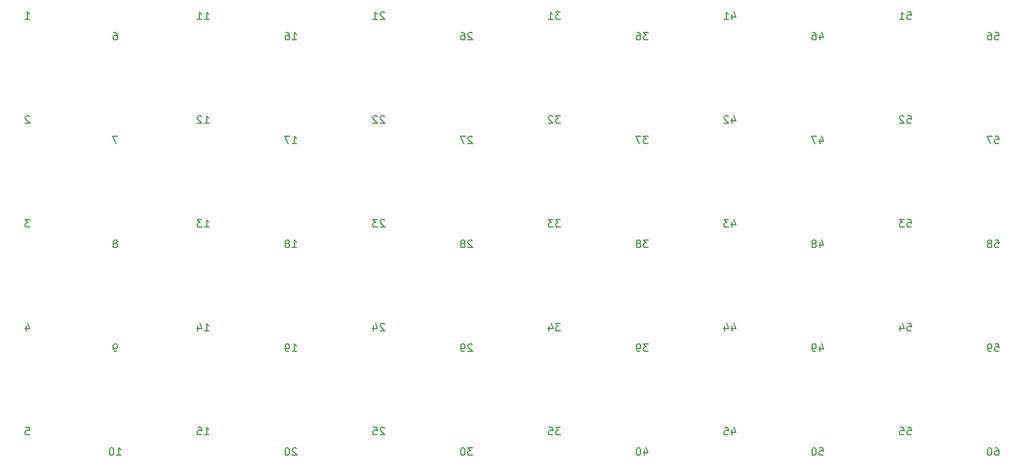
<source format=gbr>
%TF.GenerationSoftware,KiCad,Pcbnew,8.0.1*%
%TF.CreationDate,2024-04-30T18:25:33+02:00*%
%TF.ProjectId,Simple panel,53696d70-6c65-4207-9061-6e656c2e6b69,rev?*%
%TF.SameCoordinates,Original*%
%TF.FileFunction,Legend,Bot*%
%TF.FilePolarity,Positive*%
%FSLAX46Y46*%
G04 Gerber Fmt 4.6, Leading zero omitted, Abs format (unit mm)*
G04 Created by KiCad (PCBNEW 8.0.1) date 2024-04-30 18:25:33*
%MOMM*%
%LPD*%
G01*
G04 APERTURE LIST*
%ADD10C,0.152000*%
G04 APERTURE END LIST*
D10*
X90591569Y-59468869D02*
X91244712Y-59468869D01*
X90918141Y-59468869D02*
X90918141Y-58325869D01*
X90918141Y-58325869D02*
X91026998Y-58489155D01*
X91026998Y-58489155D02*
X91135855Y-58598012D01*
X91135855Y-58598012D02*
X91244712Y-58652441D01*
X90210570Y-58325869D02*
X89448570Y-58325869D01*
X89448570Y-58325869D02*
X89938427Y-59468869D01*
X156105427Y-71152869D02*
X156105427Y-71914869D01*
X156377569Y-70717441D02*
X156649712Y-71533869D01*
X156649712Y-71533869D02*
X155942141Y-71533869D01*
X155615570Y-70771869D02*
X154907998Y-70771869D01*
X154907998Y-70771869D02*
X155288998Y-71207298D01*
X155288998Y-71207298D02*
X155125713Y-71207298D01*
X155125713Y-71207298D02*
X155016856Y-71261726D01*
X155016856Y-71261726D02*
X154962427Y-71316155D01*
X154962427Y-71316155D02*
X154907998Y-71425012D01*
X154907998Y-71425012D02*
X154907998Y-71697155D01*
X154907998Y-71697155D02*
X154962427Y-71806012D01*
X154962427Y-71806012D02*
X155016856Y-71860441D01*
X155016856Y-71860441D02*
X155125713Y-71914869D01*
X155125713Y-71914869D02*
X155452284Y-71914869D01*
X155452284Y-71914869D02*
X155561141Y-71860441D01*
X155561141Y-71860441D02*
X155615570Y-71806012D01*
X195293998Y-42831869D02*
X195838284Y-42831869D01*
X195838284Y-42831869D02*
X195892712Y-43376155D01*
X195892712Y-43376155D02*
X195838284Y-43321726D01*
X195838284Y-43321726D02*
X195729427Y-43267298D01*
X195729427Y-43267298D02*
X195457284Y-43267298D01*
X195457284Y-43267298D02*
X195348427Y-43321726D01*
X195348427Y-43321726D02*
X195293998Y-43376155D01*
X195293998Y-43376155D02*
X195239569Y-43485012D01*
X195239569Y-43485012D02*
X195239569Y-43757155D01*
X195239569Y-43757155D02*
X195293998Y-43866012D01*
X195293998Y-43866012D02*
X195348427Y-43920441D01*
X195348427Y-43920441D02*
X195457284Y-43974869D01*
X195457284Y-43974869D02*
X195729427Y-43974869D01*
X195729427Y-43974869D02*
X195838284Y-43920441D01*
X195838284Y-43920441D02*
X195892712Y-43866012D01*
X194259856Y-42831869D02*
X194477570Y-42831869D01*
X194477570Y-42831869D02*
X194586427Y-42886298D01*
X194586427Y-42886298D02*
X194640856Y-42940726D01*
X194640856Y-42940726D02*
X194749713Y-43104012D01*
X194749713Y-43104012D02*
X194804141Y-43321726D01*
X194804141Y-43321726D02*
X194804141Y-43757155D01*
X194804141Y-43757155D02*
X194749713Y-43866012D01*
X194749713Y-43866012D02*
X194695284Y-43920441D01*
X194695284Y-43920441D02*
X194586427Y-43974869D01*
X194586427Y-43974869D02*
X194368713Y-43974869D01*
X194368713Y-43974869D02*
X194259856Y-43920441D01*
X194259856Y-43920441D02*
X194205427Y-43866012D01*
X194205427Y-43866012D02*
X194150998Y-43757155D01*
X194150998Y-43757155D02*
X194150998Y-43485012D01*
X194150998Y-43485012D02*
X194205427Y-43376155D01*
X194205427Y-43376155D02*
X194259856Y-43321726D01*
X194259856Y-43321726D02*
X194368713Y-43267298D01*
X194368713Y-43267298D02*
X194586427Y-43267298D01*
X194586427Y-43267298D02*
X194695284Y-43321726D01*
X194695284Y-43321726D02*
X194749713Y-43376155D01*
X194749713Y-43376155D02*
X194804141Y-43485012D01*
X143623141Y-58325869D02*
X142915569Y-58325869D01*
X142915569Y-58325869D02*
X143296569Y-58761298D01*
X143296569Y-58761298D02*
X143133284Y-58761298D01*
X143133284Y-58761298D02*
X143024427Y-58815726D01*
X143024427Y-58815726D02*
X142969998Y-58870155D01*
X142969998Y-58870155D02*
X142915569Y-58979012D01*
X142915569Y-58979012D02*
X142915569Y-59251155D01*
X142915569Y-59251155D02*
X142969998Y-59360012D01*
X142969998Y-59360012D02*
X143024427Y-59414441D01*
X143024427Y-59414441D02*
X143133284Y-59468869D01*
X143133284Y-59468869D02*
X143459855Y-59468869D01*
X143459855Y-59468869D02*
X143568712Y-59414441D01*
X143568712Y-59414441D02*
X143623141Y-59360012D01*
X142534570Y-58325869D02*
X141772570Y-58325869D01*
X141772570Y-58325869D02*
X142262427Y-59468869D01*
X143623141Y-73819869D02*
X142915569Y-73819869D01*
X142915569Y-73819869D02*
X143296569Y-74255298D01*
X143296569Y-74255298D02*
X143133284Y-74255298D01*
X143133284Y-74255298D02*
X143024427Y-74309726D01*
X143024427Y-74309726D02*
X142969998Y-74364155D01*
X142969998Y-74364155D02*
X142915569Y-74473012D01*
X142915569Y-74473012D02*
X142915569Y-74745155D01*
X142915569Y-74745155D02*
X142969998Y-74854012D01*
X142969998Y-74854012D02*
X143024427Y-74908441D01*
X143024427Y-74908441D02*
X143133284Y-74962869D01*
X143133284Y-74962869D02*
X143459855Y-74962869D01*
X143459855Y-74962869D02*
X143568712Y-74908441D01*
X143568712Y-74908441D02*
X143623141Y-74854012D01*
X142262427Y-74309726D02*
X142371284Y-74255298D01*
X142371284Y-74255298D02*
X142425713Y-74200869D01*
X142425713Y-74200869D02*
X142480141Y-74092012D01*
X142480141Y-74092012D02*
X142480141Y-74037583D01*
X142480141Y-74037583D02*
X142425713Y-73928726D01*
X142425713Y-73928726D02*
X142371284Y-73874298D01*
X142371284Y-73874298D02*
X142262427Y-73819869D01*
X142262427Y-73819869D02*
X142044713Y-73819869D01*
X142044713Y-73819869D02*
X141935856Y-73874298D01*
X141935856Y-73874298D02*
X141881427Y-73928726D01*
X141881427Y-73928726D02*
X141826998Y-74037583D01*
X141826998Y-74037583D02*
X141826998Y-74092012D01*
X141826998Y-74092012D02*
X141881427Y-74200869D01*
X141881427Y-74200869D02*
X141935856Y-74255298D01*
X141935856Y-74255298D02*
X142044713Y-74309726D01*
X142044713Y-74309726D02*
X142262427Y-74309726D01*
X142262427Y-74309726D02*
X142371284Y-74364155D01*
X142371284Y-74364155D02*
X142425713Y-74418583D01*
X142425713Y-74418583D02*
X142480141Y-74527441D01*
X142480141Y-74527441D02*
X142480141Y-74745155D01*
X142480141Y-74745155D02*
X142425713Y-74854012D01*
X142425713Y-74854012D02*
X142371284Y-74908441D01*
X142371284Y-74908441D02*
X142262427Y-74962869D01*
X142262427Y-74962869D02*
X142044713Y-74962869D01*
X142044713Y-74962869D02*
X141935856Y-74908441D01*
X141935856Y-74908441D02*
X141881427Y-74854012D01*
X141881427Y-74854012D02*
X141826998Y-74745155D01*
X141826998Y-74745155D02*
X141826998Y-74527441D01*
X141826998Y-74527441D02*
X141881427Y-74418583D01*
X141881427Y-74418583D02*
X141935856Y-74364155D01*
X141935856Y-74364155D02*
X142044713Y-74309726D01*
X77510569Y-40926869D02*
X78163712Y-40926869D01*
X77837141Y-40926869D02*
X77837141Y-39783869D01*
X77837141Y-39783869D02*
X77945998Y-39947155D01*
X77945998Y-39947155D02*
X78054855Y-40056012D01*
X78054855Y-40056012D02*
X78163712Y-40110441D01*
X76421998Y-40926869D02*
X77075141Y-40926869D01*
X76748570Y-40926869D02*
X76748570Y-39783869D01*
X76748570Y-39783869D02*
X76857427Y-39947155D01*
X76857427Y-39947155D02*
X76966284Y-40056012D01*
X76966284Y-40056012D02*
X77075141Y-40110441D01*
X77510569Y-102902869D02*
X78163712Y-102902869D01*
X77837141Y-102902869D02*
X77837141Y-101759869D01*
X77837141Y-101759869D02*
X77945998Y-101923155D01*
X77945998Y-101923155D02*
X78054855Y-102032012D01*
X78054855Y-102032012D02*
X78163712Y-102086441D01*
X76476427Y-101759869D02*
X77020713Y-101759869D01*
X77020713Y-101759869D02*
X77075141Y-102304155D01*
X77075141Y-102304155D02*
X77020713Y-102249726D01*
X77020713Y-102249726D02*
X76911856Y-102195298D01*
X76911856Y-102195298D02*
X76639713Y-102195298D01*
X76639713Y-102195298D02*
X76530856Y-102249726D01*
X76530856Y-102249726D02*
X76476427Y-102304155D01*
X76476427Y-102304155D02*
X76421998Y-102413012D01*
X76421998Y-102413012D02*
X76421998Y-102685155D01*
X76421998Y-102685155D02*
X76476427Y-102794012D01*
X76476427Y-102794012D02*
X76530856Y-102848441D01*
X76530856Y-102848441D02*
X76639713Y-102902869D01*
X76639713Y-102902869D02*
X76911856Y-102902869D01*
X76911856Y-102902869D02*
X77020713Y-102848441D01*
X77020713Y-102848441D02*
X77075141Y-102794012D01*
X169186427Y-58706869D02*
X169186427Y-59468869D01*
X169458569Y-58271441D02*
X169730712Y-59087869D01*
X169730712Y-59087869D02*
X169023141Y-59087869D01*
X168696570Y-58325869D02*
X167934570Y-58325869D01*
X167934570Y-58325869D02*
X168424427Y-59468869D01*
X104325712Y-70880726D02*
X104271284Y-70826298D01*
X104271284Y-70826298D02*
X104162427Y-70771869D01*
X104162427Y-70771869D02*
X103890284Y-70771869D01*
X103890284Y-70771869D02*
X103781427Y-70826298D01*
X103781427Y-70826298D02*
X103726998Y-70880726D01*
X103726998Y-70880726D02*
X103672569Y-70989583D01*
X103672569Y-70989583D02*
X103672569Y-71098441D01*
X103672569Y-71098441D02*
X103726998Y-71261726D01*
X103726998Y-71261726D02*
X104380141Y-71914869D01*
X104380141Y-71914869D02*
X103672569Y-71914869D01*
X103291570Y-70771869D02*
X102583998Y-70771869D01*
X102583998Y-70771869D02*
X102964998Y-71207298D01*
X102964998Y-71207298D02*
X102801713Y-71207298D01*
X102801713Y-71207298D02*
X102692856Y-71261726D01*
X102692856Y-71261726D02*
X102638427Y-71316155D01*
X102638427Y-71316155D02*
X102583998Y-71425012D01*
X102583998Y-71425012D02*
X102583998Y-71697155D01*
X102583998Y-71697155D02*
X102638427Y-71806012D01*
X102638427Y-71806012D02*
X102692856Y-71860441D01*
X102692856Y-71860441D02*
X102801713Y-71914869D01*
X102801713Y-71914869D02*
X103128284Y-71914869D01*
X103128284Y-71914869D02*
X103237141Y-71860441D01*
X103237141Y-71860441D02*
X103291570Y-71806012D01*
X64320712Y-74309726D02*
X64429569Y-74255298D01*
X64429569Y-74255298D02*
X64483998Y-74200869D01*
X64483998Y-74200869D02*
X64538426Y-74092012D01*
X64538426Y-74092012D02*
X64538426Y-74037583D01*
X64538426Y-74037583D02*
X64483998Y-73928726D01*
X64483998Y-73928726D02*
X64429569Y-73874298D01*
X64429569Y-73874298D02*
X64320712Y-73819869D01*
X64320712Y-73819869D02*
X64102998Y-73819869D01*
X64102998Y-73819869D02*
X63994141Y-73874298D01*
X63994141Y-73874298D02*
X63939712Y-73928726D01*
X63939712Y-73928726D02*
X63885283Y-74037583D01*
X63885283Y-74037583D02*
X63885283Y-74092012D01*
X63885283Y-74092012D02*
X63939712Y-74200869D01*
X63939712Y-74200869D02*
X63994141Y-74255298D01*
X63994141Y-74255298D02*
X64102998Y-74309726D01*
X64102998Y-74309726D02*
X64320712Y-74309726D01*
X64320712Y-74309726D02*
X64429569Y-74364155D01*
X64429569Y-74364155D02*
X64483998Y-74418583D01*
X64483998Y-74418583D02*
X64538426Y-74527441D01*
X64538426Y-74527441D02*
X64538426Y-74745155D01*
X64538426Y-74745155D02*
X64483998Y-74854012D01*
X64483998Y-74854012D02*
X64429569Y-74908441D01*
X64429569Y-74908441D02*
X64320712Y-74962869D01*
X64320712Y-74962869D02*
X64102998Y-74962869D01*
X64102998Y-74962869D02*
X63994141Y-74908441D01*
X63994141Y-74908441D02*
X63939712Y-74854012D01*
X63939712Y-74854012D02*
X63885283Y-74745155D01*
X63885283Y-74745155D02*
X63885283Y-74527441D01*
X63885283Y-74527441D02*
X63939712Y-74418583D01*
X63939712Y-74418583D02*
X63994141Y-74364155D01*
X63994141Y-74364155D02*
X64102998Y-74309726D01*
X169131998Y-104807869D02*
X169676284Y-104807869D01*
X169676284Y-104807869D02*
X169730712Y-105352155D01*
X169730712Y-105352155D02*
X169676284Y-105297726D01*
X169676284Y-105297726D02*
X169567427Y-105243298D01*
X169567427Y-105243298D02*
X169295284Y-105243298D01*
X169295284Y-105243298D02*
X169186427Y-105297726D01*
X169186427Y-105297726D02*
X169131998Y-105352155D01*
X169131998Y-105352155D02*
X169077569Y-105461012D01*
X169077569Y-105461012D02*
X169077569Y-105733155D01*
X169077569Y-105733155D02*
X169131998Y-105842012D01*
X169131998Y-105842012D02*
X169186427Y-105896441D01*
X169186427Y-105896441D02*
X169295284Y-105950869D01*
X169295284Y-105950869D02*
X169567427Y-105950869D01*
X169567427Y-105950869D02*
X169676284Y-105896441D01*
X169676284Y-105896441D02*
X169730712Y-105842012D01*
X168369998Y-104807869D02*
X168261141Y-104807869D01*
X168261141Y-104807869D02*
X168152284Y-104862298D01*
X168152284Y-104862298D02*
X168097856Y-104916726D01*
X168097856Y-104916726D02*
X168043427Y-105025583D01*
X168043427Y-105025583D02*
X167988998Y-105243298D01*
X167988998Y-105243298D02*
X167988998Y-105515441D01*
X167988998Y-105515441D02*
X168043427Y-105733155D01*
X168043427Y-105733155D02*
X168097856Y-105842012D01*
X168097856Y-105842012D02*
X168152284Y-105896441D01*
X168152284Y-105896441D02*
X168261141Y-105950869D01*
X168261141Y-105950869D02*
X168369998Y-105950869D01*
X168369998Y-105950869D02*
X168478856Y-105896441D01*
X168478856Y-105896441D02*
X168533284Y-105842012D01*
X168533284Y-105842012D02*
X168587713Y-105733155D01*
X168587713Y-105733155D02*
X168642141Y-105515441D01*
X168642141Y-105515441D02*
X168642141Y-105243298D01*
X168642141Y-105243298D02*
X168587713Y-105025583D01*
X168587713Y-105025583D02*
X168533284Y-104916726D01*
X168533284Y-104916726D02*
X168478856Y-104862298D01*
X168478856Y-104862298D02*
X168369998Y-104807869D01*
X64429569Y-105950869D02*
X65082712Y-105950869D01*
X64756141Y-105950869D02*
X64756141Y-104807869D01*
X64756141Y-104807869D02*
X64864998Y-104971155D01*
X64864998Y-104971155D02*
X64973855Y-105080012D01*
X64973855Y-105080012D02*
X65082712Y-105134441D01*
X63721998Y-104807869D02*
X63613141Y-104807869D01*
X63613141Y-104807869D02*
X63504284Y-104862298D01*
X63504284Y-104862298D02*
X63449856Y-104916726D01*
X63449856Y-104916726D02*
X63395427Y-105025583D01*
X63395427Y-105025583D02*
X63340998Y-105243298D01*
X63340998Y-105243298D02*
X63340998Y-105515441D01*
X63340998Y-105515441D02*
X63395427Y-105733155D01*
X63395427Y-105733155D02*
X63449856Y-105842012D01*
X63449856Y-105842012D02*
X63504284Y-105896441D01*
X63504284Y-105896441D02*
X63613141Y-105950869D01*
X63613141Y-105950869D02*
X63721998Y-105950869D01*
X63721998Y-105950869D02*
X63830856Y-105896441D01*
X63830856Y-105896441D02*
X63885284Y-105842012D01*
X63885284Y-105842012D02*
X63939713Y-105733155D01*
X63939713Y-105733155D02*
X63994141Y-105515441D01*
X63994141Y-105515441D02*
X63994141Y-105243298D01*
X63994141Y-105243298D02*
X63939713Y-105025583D01*
X63939713Y-105025583D02*
X63885284Y-104916726D01*
X63885284Y-104916726D02*
X63830856Y-104862298D01*
X63830856Y-104862298D02*
X63721998Y-104807869D01*
X169186427Y-89694869D02*
X169186427Y-90456869D01*
X169458569Y-89259441D02*
X169730712Y-90075869D01*
X169730712Y-90075869D02*
X169023141Y-90075869D01*
X168533284Y-90456869D02*
X168315570Y-90456869D01*
X168315570Y-90456869D02*
X168206713Y-90402441D01*
X168206713Y-90402441D02*
X168152284Y-90348012D01*
X168152284Y-90348012D02*
X168043427Y-90184726D01*
X168043427Y-90184726D02*
X167988998Y-89967012D01*
X167988998Y-89967012D02*
X167988998Y-89531583D01*
X167988998Y-89531583D02*
X168043427Y-89422726D01*
X168043427Y-89422726D02*
X168097856Y-89368298D01*
X168097856Y-89368298D02*
X168206713Y-89313869D01*
X168206713Y-89313869D02*
X168424427Y-89313869D01*
X168424427Y-89313869D02*
X168533284Y-89368298D01*
X168533284Y-89368298D02*
X168587713Y-89422726D01*
X168587713Y-89422726D02*
X168642141Y-89531583D01*
X168642141Y-89531583D02*
X168642141Y-89803726D01*
X168642141Y-89803726D02*
X168587713Y-89912583D01*
X168587713Y-89912583D02*
X168533284Y-89967012D01*
X168533284Y-89967012D02*
X168424427Y-90021441D01*
X168424427Y-90021441D02*
X168206713Y-90021441D01*
X168206713Y-90021441D02*
X168097856Y-89967012D01*
X168097856Y-89967012D02*
X168043427Y-89912583D01*
X168043427Y-89912583D02*
X167988998Y-89803726D01*
X117406712Y-73928726D02*
X117352284Y-73874298D01*
X117352284Y-73874298D02*
X117243427Y-73819869D01*
X117243427Y-73819869D02*
X116971284Y-73819869D01*
X116971284Y-73819869D02*
X116862427Y-73874298D01*
X116862427Y-73874298D02*
X116807998Y-73928726D01*
X116807998Y-73928726D02*
X116753569Y-74037583D01*
X116753569Y-74037583D02*
X116753569Y-74146441D01*
X116753569Y-74146441D02*
X116807998Y-74309726D01*
X116807998Y-74309726D02*
X117461141Y-74962869D01*
X117461141Y-74962869D02*
X116753569Y-74962869D01*
X116100427Y-74309726D02*
X116209284Y-74255298D01*
X116209284Y-74255298D02*
X116263713Y-74200869D01*
X116263713Y-74200869D02*
X116318141Y-74092012D01*
X116318141Y-74092012D02*
X116318141Y-74037583D01*
X116318141Y-74037583D02*
X116263713Y-73928726D01*
X116263713Y-73928726D02*
X116209284Y-73874298D01*
X116209284Y-73874298D02*
X116100427Y-73819869D01*
X116100427Y-73819869D02*
X115882713Y-73819869D01*
X115882713Y-73819869D02*
X115773856Y-73874298D01*
X115773856Y-73874298D02*
X115719427Y-73928726D01*
X115719427Y-73928726D02*
X115664998Y-74037583D01*
X115664998Y-74037583D02*
X115664998Y-74092012D01*
X115664998Y-74092012D02*
X115719427Y-74200869D01*
X115719427Y-74200869D02*
X115773856Y-74255298D01*
X115773856Y-74255298D02*
X115882713Y-74309726D01*
X115882713Y-74309726D02*
X116100427Y-74309726D01*
X116100427Y-74309726D02*
X116209284Y-74364155D01*
X116209284Y-74364155D02*
X116263713Y-74418583D01*
X116263713Y-74418583D02*
X116318141Y-74527441D01*
X116318141Y-74527441D02*
X116318141Y-74745155D01*
X116318141Y-74745155D02*
X116263713Y-74854012D01*
X116263713Y-74854012D02*
X116209284Y-74908441D01*
X116209284Y-74908441D02*
X116100427Y-74962869D01*
X116100427Y-74962869D02*
X115882713Y-74962869D01*
X115882713Y-74962869D02*
X115773856Y-74908441D01*
X115773856Y-74908441D02*
X115719427Y-74854012D01*
X115719427Y-74854012D02*
X115664998Y-74745155D01*
X115664998Y-74745155D02*
X115664998Y-74527441D01*
X115664998Y-74527441D02*
X115719427Y-74418583D01*
X115719427Y-74418583D02*
X115773856Y-74364155D01*
X115773856Y-74364155D02*
X115882713Y-74309726D01*
X90591569Y-90456869D02*
X91244712Y-90456869D01*
X90918141Y-90456869D02*
X90918141Y-89313869D01*
X90918141Y-89313869D02*
X91026998Y-89477155D01*
X91026998Y-89477155D02*
X91135855Y-89586012D01*
X91135855Y-89586012D02*
X91244712Y-89640441D01*
X90047284Y-90456869D02*
X89829570Y-90456869D01*
X89829570Y-90456869D02*
X89720713Y-90402441D01*
X89720713Y-90402441D02*
X89666284Y-90348012D01*
X89666284Y-90348012D02*
X89557427Y-90184726D01*
X89557427Y-90184726D02*
X89502998Y-89967012D01*
X89502998Y-89967012D02*
X89502998Y-89531583D01*
X89502998Y-89531583D02*
X89557427Y-89422726D01*
X89557427Y-89422726D02*
X89611856Y-89368298D01*
X89611856Y-89368298D02*
X89720713Y-89313869D01*
X89720713Y-89313869D02*
X89938427Y-89313869D01*
X89938427Y-89313869D02*
X90047284Y-89368298D01*
X90047284Y-89368298D02*
X90101713Y-89422726D01*
X90101713Y-89422726D02*
X90156141Y-89531583D01*
X90156141Y-89531583D02*
X90156141Y-89803726D01*
X90156141Y-89803726D02*
X90101713Y-89912583D01*
X90101713Y-89912583D02*
X90047284Y-89967012D01*
X90047284Y-89967012D02*
X89938427Y-90021441D01*
X89938427Y-90021441D02*
X89720713Y-90021441D01*
X89720713Y-90021441D02*
X89611856Y-89967012D01*
X89611856Y-89967012D02*
X89557427Y-89912583D01*
X89557427Y-89912583D02*
X89502998Y-89803726D01*
X64592855Y-58325869D02*
X63830855Y-58325869D01*
X63830855Y-58325869D02*
X64320712Y-59468869D01*
X77510569Y-71914869D02*
X78163712Y-71914869D01*
X77837141Y-71914869D02*
X77837141Y-70771869D01*
X77837141Y-70771869D02*
X77945998Y-70935155D01*
X77945998Y-70935155D02*
X78054855Y-71044012D01*
X78054855Y-71044012D02*
X78163712Y-71098441D01*
X77129570Y-70771869D02*
X76421998Y-70771869D01*
X76421998Y-70771869D02*
X76802998Y-71207298D01*
X76802998Y-71207298D02*
X76639713Y-71207298D01*
X76639713Y-71207298D02*
X76530856Y-71261726D01*
X76530856Y-71261726D02*
X76476427Y-71316155D01*
X76476427Y-71316155D02*
X76421998Y-71425012D01*
X76421998Y-71425012D02*
X76421998Y-71697155D01*
X76421998Y-71697155D02*
X76476427Y-71806012D01*
X76476427Y-71806012D02*
X76530856Y-71860441D01*
X76530856Y-71860441D02*
X76639713Y-71914869D01*
X76639713Y-71914869D02*
X76966284Y-71914869D01*
X76966284Y-71914869D02*
X77075141Y-71860441D01*
X77075141Y-71860441D02*
X77129570Y-71806012D01*
X104325712Y-101868726D02*
X104271284Y-101814298D01*
X104271284Y-101814298D02*
X104162427Y-101759869D01*
X104162427Y-101759869D02*
X103890284Y-101759869D01*
X103890284Y-101759869D02*
X103781427Y-101814298D01*
X103781427Y-101814298D02*
X103726998Y-101868726D01*
X103726998Y-101868726D02*
X103672569Y-101977583D01*
X103672569Y-101977583D02*
X103672569Y-102086441D01*
X103672569Y-102086441D02*
X103726998Y-102249726D01*
X103726998Y-102249726D02*
X104380141Y-102902869D01*
X104380141Y-102902869D02*
X103672569Y-102902869D01*
X102638427Y-101759869D02*
X103182713Y-101759869D01*
X103182713Y-101759869D02*
X103237141Y-102304155D01*
X103237141Y-102304155D02*
X103182713Y-102249726D01*
X103182713Y-102249726D02*
X103073856Y-102195298D01*
X103073856Y-102195298D02*
X102801713Y-102195298D01*
X102801713Y-102195298D02*
X102692856Y-102249726D01*
X102692856Y-102249726D02*
X102638427Y-102304155D01*
X102638427Y-102304155D02*
X102583998Y-102413012D01*
X102583998Y-102413012D02*
X102583998Y-102685155D01*
X102583998Y-102685155D02*
X102638427Y-102794012D01*
X102638427Y-102794012D02*
X102692856Y-102848441D01*
X102692856Y-102848441D02*
X102801713Y-102902869D01*
X102801713Y-102902869D02*
X103073856Y-102902869D01*
X103073856Y-102902869D02*
X103182713Y-102848441D01*
X103182713Y-102848441D02*
X103237141Y-102794012D01*
X50913141Y-86646869D02*
X50913141Y-87408869D01*
X51185283Y-86211441D02*
X51457426Y-87027869D01*
X51457426Y-87027869D02*
X50749855Y-87027869D01*
X90591569Y-74962869D02*
X91244712Y-74962869D01*
X90918141Y-74962869D02*
X90918141Y-73819869D01*
X90918141Y-73819869D02*
X91026998Y-73983155D01*
X91026998Y-73983155D02*
X91135855Y-74092012D01*
X91135855Y-74092012D02*
X91244712Y-74146441D01*
X89938427Y-74309726D02*
X90047284Y-74255298D01*
X90047284Y-74255298D02*
X90101713Y-74200869D01*
X90101713Y-74200869D02*
X90156141Y-74092012D01*
X90156141Y-74092012D02*
X90156141Y-74037583D01*
X90156141Y-74037583D02*
X90101713Y-73928726D01*
X90101713Y-73928726D02*
X90047284Y-73874298D01*
X90047284Y-73874298D02*
X89938427Y-73819869D01*
X89938427Y-73819869D02*
X89720713Y-73819869D01*
X89720713Y-73819869D02*
X89611856Y-73874298D01*
X89611856Y-73874298D02*
X89557427Y-73928726D01*
X89557427Y-73928726D02*
X89502998Y-74037583D01*
X89502998Y-74037583D02*
X89502998Y-74092012D01*
X89502998Y-74092012D02*
X89557427Y-74200869D01*
X89557427Y-74200869D02*
X89611856Y-74255298D01*
X89611856Y-74255298D02*
X89720713Y-74309726D01*
X89720713Y-74309726D02*
X89938427Y-74309726D01*
X89938427Y-74309726D02*
X90047284Y-74364155D01*
X90047284Y-74364155D02*
X90101713Y-74418583D01*
X90101713Y-74418583D02*
X90156141Y-74527441D01*
X90156141Y-74527441D02*
X90156141Y-74745155D01*
X90156141Y-74745155D02*
X90101713Y-74854012D01*
X90101713Y-74854012D02*
X90047284Y-74908441D01*
X90047284Y-74908441D02*
X89938427Y-74962869D01*
X89938427Y-74962869D02*
X89720713Y-74962869D01*
X89720713Y-74962869D02*
X89611856Y-74908441D01*
X89611856Y-74908441D02*
X89557427Y-74854012D01*
X89557427Y-74854012D02*
X89502998Y-74745155D01*
X89502998Y-74745155D02*
X89502998Y-74527441D01*
X89502998Y-74527441D02*
X89557427Y-74418583D01*
X89557427Y-74418583D02*
X89611856Y-74364155D01*
X89611856Y-74364155D02*
X89720713Y-74309726D01*
X143623141Y-42831869D02*
X142915569Y-42831869D01*
X142915569Y-42831869D02*
X143296569Y-43267298D01*
X143296569Y-43267298D02*
X143133284Y-43267298D01*
X143133284Y-43267298D02*
X143024427Y-43321726D01*
X143024427Y-43321726D02*
X142969998Y-43376155D01*
X142969998Y-43376155D02*
X142915569Y-43485012D01*
X142915569Y-43485012D02*
X142915569Y-43757155D01*
X142915569Y-43757155D02*
X142969998Y-43866012D01*
X142969998Y-43866012D02*
X143024427Y-43920441D01*
X143024427Y-43920441D02*
X143133284Y-43974869D01*
X143133284Y-43974869D02*
X143459855Y-43974869D01*
X143459855Y-43974869D02*
X143568712Y-43920441D01*
X143568712Y-43920441D02*
X143623141Y-43866012D01*
X141935856Y-42831869D02*
X142153570Y-42831869D01*
X142153570Y-42831869D02*
X142262427Y-42886298D01*
X142262427Y-42886298D02*
X142316856Y-42940726D01*
X142316856Y-42940726D02*
X142425713Y-43104012D01*
X142425713Y-43104012D02*
X142480141Y-43321726D01*
X142480141Y-43321726D02*
X142480141Y-43757155D01*
X142480141Y-43757155D02*
X142425713Y-43866012D01*
X142425713Y-43866012D02*
X142371284Y-43920441D01*
X142371284Y-43920441D02*
X142262427Y-43974869D01*
X142262427Y-43974869D02*
X142044713Y-43974869D01*
X142044713Y-43974869D02*
X141935856Y-43920441D01*
X141935856Y-43920441D02*
X141881427Y-43866012D01*
X141881427Y-43866012D02*
X141826998Y-43757155D01*
X141826998Y-43757155D02*
X141826998Y-43485012D01*
X141826998Y-43485012D02*
X141881427Y-43376155D01*
X141881427Y-43376155D02*
X141935856Y-43321726D01*
X141935856Y-43321726D02*
X142044713Y-43267298D01*
X142044713Y-43267298D02*
X142262427Y-43267298D01*
X142262427Y-43267298D02*
X142371284Y-43321726D01*
X142371284Y-43321726D02*
X142425713Y-43376155D01*
X142425713Y-43376155D02*
X142480141Y-43485012D01*
X130542141Y-39783869D02*
X129834569Y-39783869D01*
X129834569Y-39783869D02*
X130215569Y-40219298D01*
X130215569Y-40219298D02*
X130052284Y-40219298D01*
X130052284Y-40219298D02*
X129943427Y-40273726D01*
X129943427Y-40273726D02*
X129888998Y-40328155D01*
X129888998Y-40328155D02*
X129834569Y-40437012D01*
X129834569Y-40437012D02*
X129834569Y-40709155D01*
X129834569Y-40709155D02*
X129888998Y-40818012D01*
X129888998Y-40818012D02*
X129943427Y-40872441D01*
X129943427Y-40872441D02*
X130052284Y-40926869D01*
X130052284Y-40926869D02*
X130378855Y-40926869D01*
X130378855Y-40926869D02*
X130487712Y-40872441D01*
X130487712Y-40872441D02*
X130542141Y-40818012D01*
X128745998Y-40926869D02*
X129399141Y-40926869D01*
X129072570Y-40926869D02*
X129072570Y-39783869D01*
X129072570Y-39783869D02*
X129181427Y-39947155D01*
X129181427Y-39947155D02*
X129290284Y-40056012D01*
X129290284Y-40056012D02*
X129399141Y-40110441D01*
X195293998Y-58325869D02*
X195838284Y-58325869D01*
X195838284Y-58325869D02*
X195892712Y-58870155D01*
X195892712Y-58870155D02*
X195838284Y-58815726D01*
X195838284Y-58815726D02*
X195729427Y-58761298D01*
X195729427Y-58761298D02*
X195457284Y-58761298D01*
X195457284Y-58761298D02*
X195348427Y-58815726D01*
X195348427Y-58815726D02*
X195293998Y-58870155D01*
X195293998Y-58870155D02*
X195239569Y-58979012D01*
X195239569Y-58979012D02*
X195239569Y-59251155D01*
X195239569Y-59251155D02*
X195293998Y-59360012D01*
X195293998Y-59360012D02*
X195348427Y-59414441D01*
X195348427Y-59414441D02*
X195457284Y-59468869D01*
X195457284Y-59468869D02*
X195729427Y-59468869D01*
X195729427Y-59468869D02*
X195838284Y-59414441D01*
X195838284Y-59414441D02*
X195892712Y-59360012D01*
X194858570Y-58325869D02*
X194096570Y-58325869D01*
X194096570Y-58325869D02*
X194586427Y-59468869D01*
X169186427Y-74200869D02*
X169186427Y-74962869D01*
X169458569Y-73765441D02*
X169730712Y-74581869D01*
X169730712Y-74581869D02*
X169023141Y-74581869D01*
X168424427Y-74309726D02*
X168533284Y-74255298D01*
X168533284Y-74255298D02*
X168587713Y-74200869D01*
X168587713Y-74200869D02*
X168642141Y-74092012D01*
X168642141Y-74092012D02*
X168642141Y-74037583D01*
X168642141Y-74037583D02*
X168587713Y-73928726D01*
X168587713Y-73928726D02*
X168533284Y-73874298D01*
X168533284Y-73874298D02*
X168424427Y-73819869D01*
X168424427Y-73819869D02*
X168206713Y-73819869D01*
X168206713Y-73819869D02*
X168097856Y-73874298D01*
X168097856Y-73874298D02*
X168043427Y-73928726D01*
X168043427Y-73928726D02*
X167988998Y-74037583D01*
X167988998Y-74037583D02*
X167988998Y-74092012D01*
X167988998Y-74092012D02*
X168043427Y-74200869D01*
X168043427Y-74200869D02*
X168097856Y-74255298D01*
X168097856Y-74255298D02*
X168206713Y-74309726D01*
X168206713Y-74309726D02*
X168424427Y-74309726D01*
X168424427Y-74309726D02*
X168533284Y-74364155D01*
X168533284Y-74364155D02*
X168587713Y-74418583D01*
X168587713Y-74418583D02*
X168642141Y-74527441D01*
X168642141Y-74527441D02*
X168642141Y-74745155D01*
X168642141Y-74745155D02*
X168587713Y-74854012D01*
X168587713Y-74854012D02*
X168533284Y-74908441D01*
X168533284Y-74908441D02*
X168424427Y-74962869D01*
X168424427Y-74962869D02*
X168206713Y-74962869D01*
X168206713Y-74962869D02*
X168097856Y-74908441D01*
X168097856Y-74908441D02*
X168043427Y-74854012D01*
X168043427Y-74854012D02*
X167988998Y-74745155D01*
X167988998Y-74745155D02*
X167988998Y-74527441D01*
X167988998Y-74527441D02*
X168043427Y-74418583D01*
X168043427Y-74418583D02*
X168097856Y-74364155D01*
X168097856Y-74364155D02*
X168206713Y-74309726D01*
X182212998Y-39783869D02*
X182757284Y-39783869D01*
X182757284Y-39783869D02*
X182811712Y-40328155D01*
X182811712Y-40328155D02*
X182757284Y-40273726D01*
X182757284Y-40273726D02*
X182648427Y-40219298D01*
X182648427Y-40219298D02*
X182376284Y-40219298D01*
X182376284Y-40219298D02*
X182267427Y-40273726D01*
X182267427Y-40273726D02*
X182212998Y-40328155D01*
X182212998Y-40328155D02*
X182158569Y-40437012D01*
X182158569Y-40437012D02*
X182158569Y-40709155D01*
X182158569Y-40709155D02*
X182212998Y-40818012D01*
X182212998Y-40818012D02*
X182267427Y-40872441D01*
X182267427Y-40872441D02*
X182376284Y-40926869D01*
X182376284Y-40926869D02*
X182648427Y-40926869D01*
X182648427Y-40926869D02*
X182757284Y-40872441D01*
X182757284Y-40872441D02*
X182811712Y-40818012D01*
X181069998Y-40926869D02*
X181723141Y-40926869D01*
X181396570Y-40926869D02*
X181396570Y-39783869D01*
X181396570Y-39783869D02*
X181505427Y-39947155D01*
X181505427Y-39947155D02*
X181614284Y-40056012D01*
X181614284Y-40056012D02*
X181723141Y-40110441D01*
X156105427Y-102140869D02*
X156105427Y-102902869D01*
X156377569Y-101705441D02*
X156649712Y-102521869D01*
X156649712Y-102521869D02*
X155942141Y-102521869D01*
X154962427Y-101759869D02*
X155506713Y-101759869D01*
X155506713Y-101759869D02*
X155561141Y-102304155D01*
X155561141Y-102304155D02*
X155506713Y-102249726D01*
X155506713Y-102249726D02*
X155397856Y-102195298D01*
X155397856Y-102195298D02*
X155125713Y-102195298D01*
X155125713Y-102195298D02*
X155016856Y-102249726D01*
X155016856Y-102249726D02*
X154962427Y-102304155D01*
X154962427Y-102304155D02*
X154907998Y-102413012D01*
X154907998Y-102413012D02*
X154907998Y-102685155D01*
X154907998Y-102685155D02*
X154962427Y-102794012D01*
X154962427Y-102794012D02*
X155016856Y-102848441D01*
X155016856Y-102848441D02*
X155125713Y-102902869D01*
X155125713Y-102902869D02*
X155397856Y-102902869D01*
X155397856Y-102902869D02*
X155506713Y-102848441D01*
X155506713Y-102848441D02*
X155561141Y-102794012D01*
X117406712Y-89422726D02*
X117352284Y-89368298D01*
X117352284Y-89368298D02*
X117243427Y-89313869D01*
X117243427Y-89313869D02*
X116971284Y-89313869D01*
X116971284Y-89313869D02*
X116862427Y-89368298D01*
X116862427Y-89368298D02*
X116807998Y-89422726D01*
X116807998Y-89422726D02*
X116753569Y-89531583D01*
X116753569Y-89531583D02*
X116753569Y-89640441D01*
X116753569Y-89640441D02*
X116807998Y-89803726D01*
X116807998Y-89803726D02*
X117461141Y-90456869D01*
X117461141Y-90456869D02*
X116753569Y-90456869D01*
X116209284Y-90456869D02*
X115991570Y-90456869D01*
X115991570Y-90456869D02*
X115882713Y-90402441D01*
X115882713Y-90402441D02*
X115828284Y-90348012D01*
X115828284Y-90348012D02*
X115719427Y-90184726D01*
X115719427Y-90184726D02*
X115664998Y-89967012D01*
X115664998Y-89967012D02*
X115664998Y-89531583D01*
X115664998Y-89531583D02*
X115719427Y-89422726D01*
X115719427Y-89422726D02*
X115773856Y-89368298D01*
X115773856Y-89368298D02*
X115882713Y-89313869D01*
X115882713Y-89313869D02*
X116100427Y-89313869D01*
X116100427Y-89313869D02*
X116209284Y-89368298D01*
X116209284Y-89368298D02*
X116263713Y-89422726D01*
X116263713Y-89422726D02*
X116318141Y-89531583D01*
X116318141Y-89531583D02*
X116318141Y-89803726D01*
X116318141Y-89803726D02*
X116263713Y-89912583D01*
X116263713Y-89912583D02*
X116209284Y-89967012D01*
X116209284Y-89967012D02*
X116100427Y-90021441D01*
X116100427Y-90021441D02*
X115882713Y-90021441D01*
X115882713Y-90021441D02*
X115773856Y-89967012D01*
X115773856Y-89967012D02*
X115719427Y-89912583D01*
X115719427Y-89912583D02*
X115664998Y-89803726D01*
X143623141Y-89313869D02*
X142915569Y-89313869D01*
X142915569Y-89313869D02*
X143296569Y-89749298D01*
X143296569Y-89749298D02*
X143133284Y-89749298D01*
X143133284Y-89749298D02*
X143024427Y-89803726D01*
X143024427Y-89803726D02*
X142969998Y-89858155D01*
X142969998Y-89858155D02*
X142915569Y-89967012D01*
X142915569Y-89967012D02*
X142915569Y-90239155D01*
X142915569Y-90239155D02*
X142969998Y-90348012D01*
X142969998Y-90348012D02*
X143024427Y-90402441D01*
X143024427Y-90402441D02*
X143133284Y-90456869D01*
X143133284Y-90456869D02*
X143459855Y-90456869D01*
X143459855Y-90456869D02*
X143568712Y-90402441D01*
X143568712Y-90402441D02*
X143623141Y-90348012D01*
X142371284Y-90456869D02*
X142153570Y-90456869D01*
X142153570Y-90456869D02*
X142044713Y-90402441D01*
X142044713Y-90402441D02*
X141990284Y-90348012D01*
X141990284Y-90348012D02*
X141881427Y-90184726D01*
X141881427Y-90184726D02*
X141826998Y-89967012D01*
X141826998Y-89967012D02*
X141826998Y-89531583D01*
X141826998Y-89531583D02*
X141881427Y-89422726D01*
X141881427Y-89422726D02*
X141935856Y-89368298D01*
X141935856Y-89368298D02*
X142044713Y-89313869D01*
X142044713Y-89313869D02*
X142262427Y-89313869D01*
X142262427Y-89313869D02*
X142371284Y-89368298D01*
X142371284Y-89368298D02*
X142425713Y-89422726D01*
X142425713Y-89422726D02*
X142480141Y-89531583D01*
X142480141Y-89531583D02*
X142480141Y-89803726D01*
X142480141Y-89803726D02*
X142425713Y-89912583D01*
X142425713Y-89912583D02*
X142371284Y-89967012D01*
X142371284Y-89967012D02*
X142262427Y-90021441D01*
X142262427Y-90021441D02*
X142044713Y-90021441D01*
X142044713Y-90021441D02*
X141935856Y-89967012D01*
X141935856Y-89967012D02*
X141881427Y-89912583D01*
X141881427Y-89912583D02*
X141826998Y-89803726D01*
X50804283Y-40926869D02*
X51457426Y-40926869D01*
X51130855Y-40926869D02*
X51130855Y-39783869D01*
X51130855Y-39783869D02*
X51239712Y-39947155D01*
X51239712Y-39947155D02*
X51348569Y-40056012D01*
X51348569Y-40056012D02*
X51457426Y-40110441D01*
X182212998Y-55277869D02*
X182757284Y-55277869D01*
X182757284Y-55277869D02*
X182811712Y-55822155D01*
X182811712Y-55822155D02*
X182757284Y-55767726D01*
X182757284Y-55767726D02*
X182648427Y-55713298D01*
X182648427Y-55713298D02*
X182376284Y-55713298D01*
X182376284Y-55713298D02*
X182267427Y-55767726D01*
X182267427Y-55767726D02*
X182212998Y-55822155D01*
X182212998Y-55822155D02*
X182158569Y-55931012D01*
X182158569Y-55931012D02*
X182158569Y-56203155D01*
X182158569Y-56203155D02*
X182212998Y-56312012D01*
X182212998Y-56312012D02*
X182267427Y-56366441D01*
X182267427Y-56366441D02*
X182376284Y-56420869D01*
X182376284Y-56420869D02*
X182648427Y-56420869D01*
X182648427Y-56420869D02*
X182757284Y-56366441D01*
X182757284Y-56366441D02*
X182811712Y-56312012D01*
X181723141Y-55386726D02*
X181668713Y-55332298D01*
X181668713Y-55332298D02*
X181559856Y-55277869D01*
X181559856Y-55277869D02*
X181287713Y-55277869D01*
X181287713Y-55277869D02*
X181178856Y-55332298D01*
X181178856Y-55332298D02*
X181124427Y-55386726D01*
X181124427Y-55386726D02*
X181069998Y-55495583D01*
X181069998Y-55495583D02*
X181069998Y-55604441D01*
X181069998Y-55604441D02*
X181124427Y-55767726D01*
X181124427Y-55767726D02*
X181777570Y-56420869D01*
X181777570Y-56420869D02*
X181069998Y-56420869D01*
X117406712Y-58434726D02*
X117352284Y-58380298D01*
X117352284Y-58380298D02*
X117243427Y-58325869D01*
X117243427Y-58325869D02*
X116971284Y-58325869D01*
X116971284Y-58325869D02*
X116862427Y-58380298D01*
X116862427Y-58380298D02*
X116807998Y-58434726D01*
X116807998Y-58434726D02*
X116753569Y-58543583D01*
X116753569Y-58543583D02*
X116753569Y-58652441D01*
X116753569Y-58652441D02*
X116807998Y-58815726D01*
X116807998Y-58815726D02*
X117461141Y-59468869D01*
X117461141Y-59468869D02*
X116753569Y-59468869D01*
X116372570Y-58325869D02*
X115610570Y-58325869D01*
X115610570Y-58325869D02*
X116100427Y-59468869D01*
X51511855Y-70771869D02*
X50804283Y-70771869D01*
X50804283Y-70771869D02*
X51185283Y-71207298D01*
X51185283Y-71207298D02*
X51021998Y-71207298D01*
X51021998Y-71207298D02*
X50913141Y-71261726D01*
X50913141Y-71261726D02*
X50858712Y-71316155D01*
X50858712Y-71316155D02*
X50804283Y-71425012D01*
X50804283Y-71425012D02*
X50804283Y-71697155D01*
X50804283Y-71697155D02*
X50858712Y-71806012D01*
X50858712Y-71806012D02*
X50913141Y-71860441D01*
X50913141Y-71860441D02*
X51021998Y-71914869D01*
X51021998Y-71914869D02*
X51348569Y-71914869D01*
X51348569Y-71914869D02*
X51457426Y-71860441D01*
X51457426Y-71860441D02*
X51511855Y-71806012D01*
X50858712Y-101759869D02*
X51402998Y-101759869D01*
X51402998Y-101759869D02*
X51457426Y-102304155D01*
X51457426Y-102304155D02*
X51402998Y-102249726D01*
X51402998Y-102249726D02*
X51294141Y-102195298D01*
X51294141Y-102195298D02*
X51021998Y-102195298D01*
X51021998Y-102195298D02*
X50913141Y-102249726D01*
X50913141Y-102249726D02*
X50858712Y-102304155D01*
X50858712Y-102304155D02*
X50804283Y-102413012D01*
X50804283Y-102413012D02*
X50804283Y-102685155D01*
X50804283Y-102685155D02*
X50858712Y-102794012D01*
X50858712Y-102794012D02*
X50913141Y-102848441D01*
X50913141Y-102848441D02*
X51021998Y-102902869D01*
X51021998Y-102902869D02*
X51294141Y-102902869D01*
X51294141Y-102902869D02*
X51402998Y-102848441D01*
X51402998Y-102848441D02*
X51457426Y-102794012D01*
X182212998Y-70771869D02*
X182757284Y-70771869D01*
X182757284Y-70771869D02*
X182811712Y-71316155D01*
X182811712Y-71316155D02*
X182757284Y-71261726D01*
X182757284Y-71261726D02*
X182648427Y-71207298D01*
X182648427Y-71207298D02*
X182376284Y-71207298D01*
X182376284Y-71207298D02*
X182267427Y-71261726D01*
X182267427Y-71261726D02*
X182212998Y-71316155D01*
X182212998Y-71316155D02*
X182158569Y-71425012D01*
X182158569Y-71425012D02*
X182158569Y-71697155D01*
X182158569Y-71697155D02*
X182212998Y-71806012D01*
X182212998Y-71806012D02*
X182267427Y-71860441D01*
X182267427Y-71860441D02*
X182376284Y-71914869D01*
X182376284Y-71914869D02*
X182648427Y-71914869D01*
X182648427Y-71914869D02*
X182757284Y-71860441D01*
X182757284Y-71860441D02*
X182811712Y-71806012D01*
X181777570Y-70771869D02*
X181069998Y-70771869D01*
X181069998Y-70771869D02*
X181450998Y-71207298D01*
X181450998Y-71207298D02*
X181287713Y-71207298D01*
X181287713Y-71207298D02*
X181178856Y-71261726D01*
X181178856Y-71261726D02*
X181124427Y-71316155D01*
X181124427Y-71316155D02*
X181069998Y-71425012D01*
X181069998Y-71425012D02*
X181069998Y-71697155D01*
X181069998Y-71697155D02*
X181124427Y-71806012D01*
X181124427Y-71806012D02*
X181178856Y-71860441D01*
X181178856Y-71860441D02*
X181287713Y-71914869D01*
X181287713Y-71914869D02*
X181614284Y-71914869D01*
X181614284Y-71914869D02*
X181723141Y-71860441D01*
X181723141Y-71860441D02*
X181777570Y-71806012D01*
X182212998Y-86265869D02*
X182757284Y-86265869D01*
X182757284Y-86265869D02*
X182811712Y-86810155D01*
X182811712Y-86810155D02*
X182757284Y-86755726D01*
X182757284Y-86755726D02*
X182648427Y-86701298D01*
X182648427Y-86701298D02*
X182376284Y-86701298D01*
X182376284Y-86701298D02*
X182267427Y-86755726D01*
X182267427Y-86755726D02*
X182212998Y-86810155D01*
X182212998Y-86810155D02*
X182158569Y-86919012D01*
X182158569Y-86919012D02*
X182158569Y-87191155D01*
X182158569Y-87191155D02*
X182212998Y-87300012D01*
X182212998Y-87300012D02*
X182267427Y-87354441D01*
X182267427Y-87354441D02*
X182376284Y-87408869D01*
X182376284Y-87408869D02*
X182648427Y-87408869D01*
X182648427Y-87408869D02*
X182757284Y-87354441D01*
X182757284Y-87354441D02*
X182811712Y-87300012D01*
X181178856Y-86646869D02*
X181178856Y-87408869D01*
X181450998Y-86211441D02*
X181723141Y-87027869D01*
X181723141Y-87027869D02*
X181015570Y-87027869D01*
X195293998Y-73819869D02*
X195838284Y-73819869D01*
X195838284Y-73819869D02*
X195892712Y-74364155D01*
X195892712Y-74364155D02*
X195838284Y-74309726D01*
X195838284Y-74309726D02*
X195729427Y-74255298D01*
X195729427Y-74255298D02*
X195457284Y-74255298D01*
X195457284Y-74255298D02*
X195348427Y-74309726D01*
X195348427Y-74309726D02*
X195293998Y-74364155D01*
X195293998Y-74364155D02*
X195239569Y-74473012D01*
X195239569Y-74473012D02*
X195239569Y-74745155D01*
X195239569Y-74745155D02*
X195293998Y-74854012D01*
X195293998Y-74854012D02*
X195348427Y-74908441D01*
X195348427Y-74908441D02*
X195457284Y-74962869D01*
X195457284Y-74962869D02*
X195729427Y-74962869D01*
X195729427Y-74962869D02*
X195838284Y-74908441D01*
X195838284Y-74908441D02*
X195892712Y-74854012D01*
X194586427Y-74309726D02*
X194695284Y-74255298D01*
X194695284Y-74255298D02*
X194749713Y-74200869D01*
X194749713Y-74200869D02*
X194804141Y-74092012D01*
X194804141Y-74092012D02*
X194804141Y-74037583D01*
X194804141Y-74037583D02*
X194749713Y-73928726D01*
X194749713Y-73928726D02*
X194695284Y-73874298D01*
X194695284Y-73874298D02*
X194586427Y-73819869D01*
X194586427Y-73819869D02*
X194368713Y-73819869D01*
X194368713Y-73819869D02*
X194259856Y-73874298D01*
X194259856Y-73874298D02*
X194205427Y-73928726D01*
X194205427Y-73928726D02*
X194150998Y-74037583D01*
X194150998Y-74037583D02*
X194150998Y-74092012D01*
X194150998Y-74092012D02*
X194205427Y-74200869D01*
X194205427Y-74200869D02*
X194259856Y-74255298D01*
X194259856Y-74255298D02*
X194368713Y-74309726D01*
X194368713Y-74309726D02*
X194586427Y-74309726D01*
X194586427Y-74309726D02*
X194695284Y-74364155D01*
X194695284Y-74364155D02*
X194749713Y-74418583D01*
X194749713Y-74418583D02*
X194804141Y-74527441D01*
X194804141Y-74527441D02*
X194804141Y-74745155D01*
X194804141Y-74745155D02*
X194749713Y-74854012D01*
X194749713Y-74854012D02*
X194695284Y-74908441D01*
X194695284Y-74908441D02*
X194586427Y-74962869D01*
X194586427Y-74962869D02*
X194368713Y-74962869D01*
X194368713Y-74962869D02*
X194259856Y-74908441D01*
X194259856Y-74908441D02*
X194205427Y-74854012D01*
X194205427Y-74854012D02*
X194150998Y-74745155D01*
X194150998Y-74745155D02*
X194150998Y-74527441D01*
X194150998Y-74527441D02*
X194205427Y-74418583D01*
X194205427Y-74418583D02*
X194259856Y-74364155D01*
X194259856Y-74364155D02*
X194368713Y-74309726D01*
X91244712Y-104916726D02*
X91190284Y-104862298D01*
X91190284Y-104862298D02*
X91081427Y-104807869D01*
X91081427Y-104807869D02*
X90809284Y-104807869D01*
X90809284Y-104807869D02*
X90700427Y-104862298D01*
X90700427Y-104862298D02*
X90645998Y-104916726D01*
X90645998Y-104916726D02*
X90591569Y-105025583D01*
X90591569Y-105025583D02*
X90591569Y-105134441D01*
X90591569Y-105134441D02*
X90645998Y-105297726D01*
X90645998Y-105297726D02*
X91299141Y-105950869D01*
X91299141Y-105950869D02*
X90591569Y-105950869D01*
X89883998Y-104807869D02*
X89775141Y-104807869D01*
X89775141Y-104807869D02*
X89666284Y-104862298D01*
X89666284Y-104862298D02*
X89611856Y-104916726D01*
X89611856Y-104916726D02*
X89557427Y-105025583D01*
X89557427Y-105025583D02*
X89502998Y-105243298D01*
X89502998Y-105243298D02*
X89502998Y-105515441D01*
X89502998Y-105515441D02*
X89557427Y-105733155D01*
X89557427Y-105733155D02*
X89611856Y-105842012D01*
X89611856Y-105842012D02*
X89666284Y-105896441D01*
X89666284Y-105896441D02*
X89775141Y-105950869D01*
X89775141Y-105950869D02*
X89883998Y-105950869D01*
X89883998Y-105950869D02*
X89992856Y-105896441D01*
X89992856Y-105896441D02*
X90047284Y-105842012D01*
X90047284Y-105842012D02*
X90101713Y-105733155D01*
X90101713Y-105733155D02*
X90156141Y-105515441D01*
X90156141Y-105515441D02*
X90156141Y-105243298D01*
X90156141Y-105243298D02*
X90101713Y-105025583D01*
X90101713Y-105025583D02*
X90047284Y-104916726D01*
X90047284Y-104916726D02*
X89992856Y-104862298D01*
X89992856Y-104862298D02*
X89883998Y-104807869D01*
X195293998Y-89313869D02*
X195838284Y-89313869D01*
X195838284Y-89313869D02*
X195892712Y-89858155D01*
X195892712Y-89858155D02*
X195838284Y-89803726D01*
X195838284Y-89803726D02*
X195729427Y-89749298D01*
X195729427Y-89749298D02*
X195457284Y-89749298D01*
X195457284Y-89749298D02*
X195348427Y-89803726D01*
X195348427Y-89803726D02*
X195293998Y-89858155D01*
X195293998Y-89858155D02*
X195239569Y-89967012D01*
X195239569Y-89967012D02*
X195239569Y-90239155D01*
X195239569Y-90239155D02*
X195293998Y-90348012D01*
X195293998Y-90348012D02*
X195348427Y-90402441D01*
X195348427Y-90402441D02*
X195457284Y-90456869D01*
X195457284Y-90456869D02*
X195729427Y-90456869D01*
X195729427Y-90456869D02*
X195838284Y-90402441D01*
X195838284Y-90402441D02*
X195892712Y-90348012D01*
X194695284Y-90456869D02*
X194477570Y-90456869D01*
X194477570Y-90456869D02*
X194368713Y-90402441D01*
X194368713Y-90402441D02*
X194314284Y-90348012D01*
X194314284Y-90348012D02*
X194205427Y-90184726D01*
X194205427Y-90184726D02*
X194150998Y-89967012D01*
X194150998Y-89967012D02*
X194150998Y-89531583D01*
X194150998Y-89531583D02*
X194205427Y-89422726D01*
X194205427Y-89422726D02*
X194259856Y-89368298D01*
X194259856Y-89368298D02*
X194368713Y-89313869D01*
X194368713Y-89313869D02*
X194586427Y-89313869D01*
X194586427Y-89313869D02*
X194695284Y-89368298D01*
X194695284Y-89368298D02*
X194749713Y-89422726D01*
X194749713Y-89422726D02*
X194804141Y-89531583D01*
X194804141Y-89531583D02*
X194804141Y-89803726D01*
X194804141Y-89803726D02*
X194749713Y-89912583D01*
X194749713Y-89912583D02*
X194695284Y-89967012D01*
X194695284Y-89967012D02*
X194586427Y-90021441D01*
X194586427Y-90021441D02*
X194368713Y-90021441D01*
X194368713Y-90021441D02*
X194259856Y-89967012D01*
X194259856Y-89967012D02*
X194205427Y-89912583D01*
X194205427Y-89912583D02*
X194150998Y-89803726D01*
X169186427Y-43212869D02*
X169186427Y-43974869D01*
X169458569Y-42777441D02*
X169730712Y-43593869D01*
X169730712Y-43593869D02*
X169023141Y-43593869D01*
X168097856Y-42831869D02*
X168315570Y-42831869D01*
X168315570Y-42831869D02*
X168424427Y-42886298D01*
X168424427Y-42886298D02*
X168478856Y-42940726D01*
X168478856Y-42940726D02*
X168587713Y-43104012D01*
X168587713Y-43104012D02*
X168642141Y-43321726D01*
X168642141Y-43321726D02*
X168642141Y-43757155D01*
X168642141Y-43757155D02*
X168587713Y-43866012D01*
X168587713Y-43866012D02*
X168533284Y-43920441D01*
X168533284Y-43920441D02*
X168424427Y-43974869D01*
X168424427Y-43974869D02*
X168206713Y-43974869D01*
X168206713Y-43974869D02*
X168097856Y-43920441D01*
X168097856Y-43920441D02*
X168043427Y-43866012D01*
X168043427Y-43866012D02*
X167988998Y-43757155D01*
X167988998Y-43757155D02*
X167988998Y-43485012D01*
X167988998Y-43485012D02*
X168043427Y-43376155D01*
X168043427Y-43376155D02*
X168097856Y-43321726D01*
X168097856Y-43321726D02*
X168206713Y-43267298D01*
X168206713Y-43267298D02*
X168424427Y-43267298D01*
X168424427Y-43267298D02*
X168533284Y-43321726D01*
X168533284Y-43321726D02*
X168587713Y-43376155D01*
X168587713Y-43376155D02*
X168642141Y-43485012D01*
X90591569Y-43974869D02*
X91244712Y-43974869D01*
X90918141Y-43974869D02*
X90918141Y-42831869D01*
X90918141Y-42831869D02*
X91026998Y-42995155D01*
X91026998Y-42995155D02*
X91135855Y-43104012D01*
X91135855Y-43104012D02*
X91244712Y-43158441D01*
X89611856Y-42831869D02*
X89829570Y-42831869D01*
X89829570Y-42831869D02*
X89938427Y-42886298D01*
X89938427Y-42886298D02*
X89992856Y-42940726D01*
X89992856Y-42940726D02*
X90101713Y-43104012D01*
X90101713Y-43104012D02*
X90156141Y-43321726D01*
X90156141Y-43321726D02*
X90156141Y-43757155D01*
X90156141Y-43757155D02*
X90101713Y-43866012D01*
X90101713Y-43866012D02*
X90047284Y-43920441D01*
X90047284Y-43920441D02*
X89938427Y-43974869D01*
X89938427Y-43974869D02*
X89720713Y-43974869D01*
X89720713Y-43974869D02*
X89611856Y-43920441D01*
X89611856Y-43920441D02*
X89557427Y-43866012D01*
X89557427Y-43866012D02*
X89502998Y-43757155D01*
X89502998Y-43757155D02*
X89502998Y-43485012D01*
X89502998Y-43485012D02*
X89557427Y-43376155D01*
X89557427Y-43376155D02*
X89611856Y-43321726D01*
X89611856Y-43321726D02*
X89720713Y-43267298D01*
X89720713Y-43267298D02*
X89938427Y-43267298D01*
X89938427Y-43267298D02*
X90047284Y-43321726D01*
X90047284Y-43321726D02*
X90101713Y-43376155D01*
X90101713Y-43376155D02*
X90156141Y-43485012D01*
X77510569Y-56420869D02*
X78163712Y-56420869D01*
X77837141Y-56420869D02*
X77837141Y-55277869D01*
X77837141Y-55277869D02*
X77945998Y-55441155D01*
X77945998Y-55441155D02*
X78054855Y-55550012D01*
X78054855Y-55550012D02*
X78163712Y-55604441D01*
X77075141Y-55386726D02*
X77020713Y-55332298D01*
X77020713Y-55332298D02*
X76911856Y-55277869D01*
X76911856Y-55277869D02*
X76639713Y-55277869D01*
X76639713Y-55277869D02*
X76530856Y-55332298D01*
X76530856Y-55332298D02*
X76476427Y-55386726D01*
X76476427Y-55386726D02*
X76421998Y-55495583D01*
X76421998Y-55495583D02*
X76421998Y-55604441D01*
X76421998Y-55604441D02*
X76476427Y-55767726D01*
X76476427Y-55767726D02*
X77129570Y-56420869D01*
X77129570Y-56420869D02*
X76421998Y-56420869D01*
X117406712Y-42940726D02*
X117352284Y-42886298D01*
X117352284Y-42886298D02*
X117243427Y-42831869D01*
X117243427Y-42831869D02*
X116971284Y-42831869D01*
X116971284Y-42831869D02*
X116862427Y-42886298D01*
X116862427Y-42886298D02*
X116807998Y-42940726D01*
X116807998Y-42940726D02*
X116753569Y-43049583D01*
X116753569Y-43049583D02*
X116753569Y-43158441D01*
X116753569Y-43158441D02*
X116807998Y-43321726D01*
X116807998Y-43321726D02*
X117461141Y-43974869D01*
X117461141Y-43974869D02*
X116753569Y-43974869D01*
X115773856Y-42831869D02*
X115991570Y-42831869D01*
X115991570Y-42831869D02*
X116100427Y-42886298D01*
X116100427Y-42886298D02*
X116154856Y-42940726D01*
X116154856Y-42940726D02*
X116263713Y-43104012D01*
X116263713Y-43104012D02*
X116318141Y-43321726D01*
X116318141Y-43321726D02*
X116318141Y-43757155D01*
X116318141Y-43757155D02*
X116263713Y-43866012D01*
X116263713Y-43866012D02*
X116209284Y-43920441D01*
X116209284Y-43920441D02*
X116100427Y-43974869D01*
X116100427Y-43974869D02*
X115882713Y-43974869D01*
X115882713Y-43974869D02*
X115773856Y-43920441D01*
X115773856Y-43920441D02*
X115719427Y-43866012D01*
X115719427Y-43866012D02*
X115664998Y-43757155D01*
X115664998Y-43757155D02*
X115664998Y-43485012D01*
X115664998Y-43485012D02*
X115719427Y-43376155D01*
X115719427Y-43376155D02*
X115773856Y-43321726D01*
X115773856Y-43321726D02*
X115882713Y-43267298D01*
X115882713Y-43267298D02*
X116100427Y-43267298D01*
X116100427Y-43267298D02*
X116209284Y-43321726D01*
X116209284Y-43321726D02*
X116263713Y-43376155D01*
X116263713Y-43376155D02*
X116318141Y-43485012D01*
X63994141Y-42831869D02*
X64211855Y-42831869D01*
X64211855Y-42831869D02*
X64320712Y-42886298D01*
X64320712Y-42886298D02*
X64375141Y-42940726D01*
X64375141Y-42940726D02*
X64483998Y-43104012D01*
X64483998Y-43104012D02*
X64538426Y-43321726D01*
X64538426Y-43321726D02*
X64538426Y-43757155D01*
X64538426Y-43757155D02*
X64483998Y-43866012D01*
X64483998Y-43866012D02*
X64429569Y-43920441D01*
X64429569Y-43920441D02*
X64320712Y-43974869D01*
X64320712Y-43974869D02*
X64102998Y-43974869D01*
X64102998Y-43974869D02*
X63994141Y-43920441D01*
X63994141Y-43920441D02*
X63939712Y-43866012D01*
X63939712Y-43866012D02*
X63885283Y-43757155D01*
X63885283Y-43757155D02*
X63885283Y-43485012D01*
X63885283Y-43485012D02*
X63939712Y-43376155D01*
X63939712Y-43376155D02*
X63994141Y-43321726D01*
X63994141Y-43321726D02*
X64102998Y-43267298D01*
X64102998Y-43267298D02*
X64320712Y-43267298D01*
X64320712Y-43267298D02*
X64429569Y-43321726D01*
X64429569Y-43321726D02*
X64483998Y-43376155D01*
X64483998Y-43376155D02*
X64538426Y-43485012D01*
X64429569Y-90456869D02*
X64211855Y-90456869D01*
X64211855Y-90456869D02*
X64102998Y-90402441D01*
X64102998Y-90402441D02*
X64048569Y-90348012D01*
X64048569Y-90348012D02*
X63939712Y-90184726D01*
X63939712Y-90184726D02*
X63885283Y-89967012D01*
X63885283Y-89967012D02*
X63885283Y-89531583D01*
X63885283Y-89531583D02*
X63939712Y-89422726D01*
X63939712Y-89422726D02*
X63994141Y-89368298D01*
X63994141Y-89368298D02*
X64102998Y-89313869D01*
X64102998Y-89313869D02*
X64320712Y-89313869D01*
X64320712Y-89313869D02*
X64429569Y-89368298D01*
X64429569Y-89368298D02*
X64483998Y-89422726D01*
X64483998Y-89422726D02*
X64538426Y-89531583D01*
X64538426Y-89531583D02*
X64538426Y-89803726D01*
X64538426Y-89803726D02*
X64483998Y-89912583D01*
X64483998Y-89912583D02*
X64429569Y-89967012D01*
X64429569Y-89967012D02*
X64320712Y-90021441D01*
X64320712Y-90021441D02*
X64102998Y-90021441D01*
X64102998Y-90021441D02*
X63994141Y-89967012D01*
X63994141Y-89967012D02*
X63939712Y-89912583D01*
X63939712Y-89912583D02*
X63885283Y-89803726D01*
X104325712Y-86374726D02*
X104271284Y-86320298D01*
X104271284Y-86320298D02*
X104162427Y-86265869D01*
X104162427Y-86265869D02*
X103890284Y-86265869D01*
X103890284Y-86265869D02*
X103781427Y-86320298D01*
X103781427Y-86320298D02*
X103726998Y-86374726D01*
X103726998Y-86374726D02*
X103672569Y-86483583D01*
X103672569Y-86483583D02*
X103672569Y-86592441D01*
X103672569Y-86592441D02*
X103726998Y-86755726D01*
X103726998Y-86755726D02*
X104380141Y-87408869D01*
X104380141Y-87408869D02*
X103672569Y-87408869D01*
X102692856Y-86646869D02*
X102692856Y-87408869D01*
X102964998Y-86211441D02*
X103237141Y-87027869D01*
X103237141Y-87027869D02*
X102529570Y-87027869D01*
X130542141Y-55277869D02*
X129834569Y-55277869D01*
X129834569Y-55277869D02*
X130215569Y-55713298D01*
X130215569Y-55713298D02*
X130052284Y-55713298D01*
X130052284Y-55713298D02*
X129943427Y-55767726D01*
X129943427Y-55767726D02*
X129888998Y-55822155D01*
X129888998Y-55822155D02*
X129834569Y-55931012D01*
X129834569Y-55931012D02*
X129834569Y-56203155D01*
X129834569Y-56203155D02*
X129888998Y-56312012D01*
X129888998Y-56312012D02*
X129943427Y-56366441D01*
X129943427Y-56366441D02*
X130052284Y-56420869D01*
X130052284Y-56420869D02*
X130378855Y-56420869D01*
X130378855Y-56420869D02*
X130487712Y-56366441D01*
X130487712Y-56366441D02*
X130542141Y-56312012D01*
X129399141Y-55386726D02*
X129344713Y-55332298D01*
X129344713Y-55332298D02*
X129235856Y-55277869D01*
X129235856Y-55277869D02*
X128963713Y-55277869D01*
X128963713Y-55277869D02*
X128854856Y-55332298D01*
X128854856Y-55332298D02*
X128800427Y-55386726D01*
X128800427Y-55386726D02*
X128745998Y-55495583D01*
X128745998Y-55495583D02*
X128745998Y-55604441D01*
X128745998Y-55604441D02*
X128800427Y-55767726D01*
X128800427Y-55767726D02*
X129453570Y-56420869D01*
X129453570Y-56420869D02*
X128745998Y-56420869D01*
X104325712Y-39892726D02*
X104271284Y-39838298D01*
X104271284Y-39838298D02*
X104162427Y-39783869D01*
X104162427Y-39783869D02*
X103890284Y-39783869D01*
X103890284Y-39783869D02*
X103781427Y-39838298D01*
X103781427Y-39838298D02*
X103726998Y-39892726D01*
X103726998Y-39892726D02*
X103672569Y-40001583D01*
X103672569Y-40001583D02*
X103672569Y-40110441D01*
X103672569Y-40110441D02*
X103726998Y-40273726D01*
X103726998Y-40273726D02*
X104380141Y-40926869D01*
X104380141Y-40926869D02*
X103672569Y-40926869D01*
X102583998Y-40926869D02*
X103237141Y-40926869D01*
X102910570Y-40926869D02*
X102910570Y-39783869D01*
X102910570Y-39783869D02*
X103019427Y-39947155D01*
X103019427Y-39947155D02*
X103128284Y-40056012D01*
X103128284Y-40056012D02*
X103237141Y-40110441D01*
X77510569Y-87408869D02*
X78163712Y-87408869D01*
X77837141Y-87408869D02*
X77837141Y-86265869D01*
X77837141Y-86265869D02*
X77945998Y-86429155D01*
X77945998Y-86429155D02*
X78054855Y-86538012D01*
X78054855Y-86538012D02*
X78163712Y-86592441D01*
X76530856Y-86646869D02*
X76530856Y-87408869D01*
X76802998Y-86211441D02*
X77075141Y-87027869D01*
X77075141Y-87027869D02*
X76367570Y-87027869D01*
X143024427Y-105188869D02*
X143024427Y-105950869D01*
X143296569Y-104753441D02*
X143568712Y-105569869D01*
X143568712Y-105569869D02*
X142861141Y-105569869D01*
X142207998Y-104807869D02*
X142099141Y-104807869D01*
X142099141Y-104807869D02*
X141990284Y-104862298D01*
X141990284Y-104862298D02*
X141935856Y-104916726D01*
X141935856Y-104916726D02*
X141881427Y-105025583D01*
X141881427Y-105025583D02*
X141826998Y-105243298D01*
X141826998Y-105243298D02*
X141826998Y-105515441D01*
X141826998Y-105515441D02*
X141881427Y-105733155D01*
X141881427Y-105733155D02*
X141935856Y-105842012D01*
X141935856Y-105842012D02*
X141990284Y-105896441D01*
X141990284Y-105896441D02*
X142099141Y-105950869D01*
X142099141Y-105950869D02*
X142207998Y-105950869D01*
X142207998Y-105950869D02*
X142316856Y-105896441D01*
X142316856Y-105896441D02*
X142371284Y-105842012D01*
X142371284Y-105842012D02*
X142425713Y-105733155D01*
X142425713Y-105733155D02*
X142480141Y-105515441D01*
X142480141Y-105515441D02*
X142480141Y-105243298D01*
X142480141Y-105243298D02*
X142425713Y-105025583D01*
X142425713Y-105025583D02*
X142371284Y-104916726D01*
X142371284Y-104916726D02*
X142316856Y-104862298D01*
X142316856Y-104862298D02*
X142207998Y-104807869D01*
X130542141Y-101759869D02*
X129834569Y-101759869D01*
X129834569Y-101759869D02*
X130215569Y-102195298D01*
X130215569Y-102195298D02*
X130052284Y-102195298D01*
X130052284Y-102195298D02*
X129943427Y-102249726D01*
X129943427Y-102249726D02*
X129888998Y-102304155D01*
X129888998Y-102304155D02*
X129834569Y-102413012D01*
X129834569Y-102413012D02*
X129834569Y-102685155D01*
X129834569Y-102685155D02*
X129888998Y-102794012D01*
X129888998Y-102794012D02*
X129943427Y-102848441D01*
X129943427Y-102848441D02*
X130052284Y-102902869D01*
X130052284Y-102902869D02*
X130378855Y-102902869D01*
X130378855Y-102902869D02*
X130487712Y-102848441D01*
X130487712Y-102848441D02*
X130542141Y-102794012D01*
X128800427Y-101759869D02*
X129344713Y-101759869D01*
X129344713Y-101759869D02*
X129399141Y-102304155D01*
X129399141Y-102304155D02*
X129344713Y-102249726D01*
X129344713Y-102249726D02*
X129235856Y-102195298D01*
X129235856Y-102195298D02*
X128963713Y-102195298D01*
X128963713Y-102195298D02*
X128854856Y-102249726D01*
X128854856Y-102249726D02*
X128800427Y-102304155D01*
X128800427Y-102304155D02*
X128745998Y-102413012D01*
X128745998Y-102413012D02*
X128745998Y-102685155D01*
X128745998Y-102685155D02*
X128800427Y-102794012D01*
X128800427Y-102794012D02*
X128854856Y-102848441D01*
X128854856Y-102848441D02*
X128963713Y-102902869D01*
X128963713Y-102902869D02*
X129235856Y-102902869D01*
X129235856Y-102902869D02*
X129344713Y-102848441D01*
X129344713Y-102848441D02*
X129399141Y-102794012D01*
X51457426Y-55386726D02*
X51402998Y-55332298D01*
X51402998Y-55332298D02*
X51294141Y-55277869D01*
X51294141Y-55277869D02*
X51021998Y-55277869D01*
X51021998Y-55277869D02*
X50913141Y-55332298D01*
X50913141Y-55332298D02*
X50858712Y-55386726D01*
X50858712Y-55386726D02*
X50804283Y-55495583D01*
X50804283Y-55495583D02*
X50804283Y-55604441D01*
X50804283Y-55604441D02*
X50858712Y-55767726D01*
X50858712Y-55767726D02*
X51511855Y-56420869D01*
X51511855Y-56420869D02*
X50804283Y-56420869D01*
X156105427Y-40164869D02*
X156105427Y-40926869D01*
X156377569Y-39729441D02*
X156649712Y-40545869D01*
X156649712Y-40545869D02*
X155942141Y-40545869D01*
X154907998Y-40926869D02*
X155561141Y-40926869D01*
X155234570Y-40926869D02*
X155234570Y-39783869D01*
X155234570Y-39783869D02*
X155343427Y-39947155D01*
X155343427Y-39947155D02*
X155452284Y-40056012D01*
X155452284Y-40056012D02*
X155561141Y-40110441D01*
X156105427Y-55658869D02*
X156105427Y-56420869D01*
X156377569Y-55223441D02*
X156649712Y-56039869D01*
X156649712Y-56039869D02*
X155942141Y-56039869D01*
X155561141Y-55386726D02*
X155506713Y-55332298D01*
X155506713Y-55332298D02*
X155397856Y-55277869D01*
X155397856Y-55277869D02*
X155125713Y-55277869D01*
X155125713Y-55277869D02*
X155016856Y-55332298D01*
X155016856Y-55332298D02*
X154962427Y-55386726D01*
X154962427Y-55386726D02*
X154907998Y-55495583D01*
X154907998Y-55495583D02*
X154907998Y-55604441D01*
X154907998Y-55604441D02*
X154962427Y-55767726D01*
X154962427Y-55767726D02*
X155615570Y-56420869D01*
X155615570Y-56420869D02*
X154907998Y-56420869D01*
X130542141Y-70771869D02*
X129834569Y-70771869D01*
X129834569Y-70771869D02*
X130215569Y-71207298D01*
X130215569Y-71207298D02*
X130052284Y-71207298D01*
X130052284Y-71207298D02*
X129943427Y-71261726D01*
X129943427Y-71261726D02*
X129888998Y-71316155D01*
X129888998Y-71316155D02*
X129834569Y-71425012D01*
X129834569Y-71425012D02*
X129834569Y-71697155D01*
X129834569Y-71697155D02*
X129888998Y-71806012D01*
X129888998Y-71806012D02*
X129943427Y-71860441D01*
X129943427Y-71860441D02*
X130052284Y-71914869D01*
X130052284Y-71914869D02*
X130378855Y-71914869D01*
X130378855Y-71914869D02*
X130487712Y-71860441D01*
X130487712Y-71860441D02*
X130542141Y-71806012D01*
X129453570Y-70771869D02*
X128745998Y-70771869D01*
X128745998Y-70771869D02*
X129126998Y-71207298D01*
X129126998Y-71207298D02*
X128963713Y-71207298D01*
X128963713Y-71207298D02*
X128854856Y-71261726D01*
X128854856Y-71261726D02*
X128800427Y-71316155D01*
X128800427Y-71316155D02*
X128745998Y-71425012D01*
X128745998Y-71425012D02*
X128745998Y-71697155D01*
X128745998Y-71697155D02*
X128800427Y-71806012D01*
X128800427Y-71806012D02*
X128854856Y-71860441D01*
X128854856Y-71860441D02*
X128963713Y-71914869D01*
X128963713Y-71914869D02*
X129290284Y-71914869D01*
X129290284Y-71914869D02*
X129399141Y-71860441D01*
X129399141Y-71860441D02*
X129453570Y-71806012D01*
X182212998Y-101759869D02*
X182757284Y-101759869D01*
X182757284Y-101759869D02*
X182811712Y-102304155D01*
X182811712Y-102304155D02*
X182757284Y-102249726D01*
X182757284Y-102249726D02*
X182648427Y-102195298D01*
X182648427Y-102195298D02*
X182376284Y-102195298D01*
X182376284Y-102195298D02*
X182267427Y-102249726D01*
X182267427Y-102249726D02*
X182212998Y-102304155D01*
X182212998Y-102304155D02*
X182158569Y-102413012D01*
X182158569Y-102413012D02*
X182158569Y-102685155D01*
X182158569Y-102685155D02*
X182212998Y-102794012D01*
X182212998Y-102794012D02*
X182267427Y-102848441D01*
X182267427Y-102848441D02*
X182376284Y-102902869D01*
X182376284Y-102902869D02*
X182648427Y-102902869D01*
X182648427Y-102902869D02*
X182757284Y-102848441D01*
X182757284Y-102848441D02*
X182811712Y-102794012D01*
X181124427Y-101759869D02*
X181668713Y-101759869D01*
X181668713Y-101759869D02*
X181723141Y-102304155D01*
X181723141Y-102304155D02*
X181668713Y-102249726D01*
X181668713Y-102249726D02*
X181559856Y-102195298D01*
X181559856Y-102195298D02*
X181287713Y-102195298D01*
X181287713Y-102195298D02*
X181178856Y-102249726D01*
X181178856Y-102249726D02*
X181124427Y-102304155D01*
X181124427Y-102304155D02*
X181069998Y-102413012D01*
X181069998Y-102413012D02*
X181069998Y-102685155D01*
X181069998Y-102685155D02*
X181124427Y-102794012D01*
X181124427Y-102794012D02*
X181178856Y-102848441D01*
X181178856Y-102848441D02*
X181287713Y-102902869D01*
X181287713Y-102902869D02*
X181559856Y-102902869D01*
X181559856Y-102902869D02*
X181668713Y-102848441D01*
X181668713Y-102848441D02*
X181723141Y-102794012D01*
X156105427Y-86646869D02*
X156105427Y-87408869D01*
X156377569Y-86211441D02*
X156649712Y-87027869D01*
X156649712Y-87027869D02*
X155942141Y-87027869D01*
X155016856Y-86646869D02*
X155016856Y-87408869D01*
X155288998Y-86211441D02*
X155561141Y-87027869D01*
X155561141Y-87027869D02*
X154853570Y-87027869D01*
X104325712Y-55386726D02*
X104271284Y-55332298D01*
X104271284Y-55332298D02*
X104162427Y-55277869D01*
X104162427Y-55277869D02*
X103890284Y-55277869D01*
X103890284Y-55277869D02*
X103781427Y-55332298D01*
X103781427Y-55332298D02*
X103726998Y-55386726D01*
X103726998Y-55386726D02*
X103672569Y-55495583D01*
X103672569Y-55495583D02*
X103672569Y-55604441D01*
X103672569Y-55604441D02*
X103726998Y-55767726D01*
X103726998Y-55767726D02*
X104380141Y-56420869D01*
X104380141Y-56420869D02*
X103672569Y-56420869D01*
X103237141Y-55386726D02*
X103182713Y-55332298D01*
X103182713Y-55332298D02*
X103073856Y-55277869D01*
X103073856Y-55277869D02*
X102801713Y-55277869D01*
X102801713Y-55277869D02*
X102692856Y-55332298D01*
X102692856Y-55332298D02*
X102638427Y-55386726D01*
X102638427Y-55386726D02*
X102583998Y-55495583D01*
X102583998Y-55495583D02*
X102583998Y-55604441D01*
X102583998Y-55604441D02*
X102638427Y-55767726D01*
X102638427Y-55767726D02*
X103291570Y-56420869D01*
X103291570Y-56420869D02*
X102583998Y-56420869D01*
X117461141Y-104807869D02*
X116753569Y-104807869D01*
X116753569Y-104807869D02*
X117134569Y-105243298D01*
X117134569Y-105243298D02*
X116971284Y-105243298D01*
X116971284Y-105243298D02*
X116862427Y-105297726D01*
X116862427Y-105297726D02*
X116807998Y-105352155D01*
X116807998Y-105352155D02*
X116753569Y-105461012D01*
X116753569Y-105461012D02*
X116753569Y-105733155D01*
X116753569Y-105733155D02*
X116807998Y-105842012D01*
X116807998Y-105842012D02*
X116862427Y-105896441D01*
X116862427Y-105896441D02*
X116971284Y-105950869D01*
X116971284Y-105950869D02*
X117297855Y-105950869D01*
X117297855Y-105950869D02*
X117406712Y-105896441D01*
X117406712Y-105896441D02*
X117461141Y-105842012D01*
X116045998Y-104807869D02*
X115937141Y-104807869D01*
X115937141Y-104807869D02*
X115828284Y-104862298D01*
X115828284Y-104862298D02*
X115773856Y-104916726D01*
X115773856Y-104916726D02*
X115719427Y-105025583D01*
X115719427Y-105025583D02*
X115664998Y-105243298D01*
X115664998Y-105243298D02*
X115664998Y-105515441D01*
X115664998Y-105515441D02*
X115719427Y-105733155D01*
X115719427Y-105733155D02*
X115773856Y-105842012D01*
X115773856Y-105842012D02*
X115828284Y-105896441D01*
X115828284Y-105896441D02*
X115937141Y-105950869D01*
X115937141Y-105950869D02*
X116045998Y-105950869D01*
X116045998Y-105950869D02*
X116154856Y-105896441D01*
X116154856Y-105896441D02*
X116209284Y-105842012D01*
X116209284Y-105842012D02*
X116263713Y-105733155D01*
X116263713Y-105733155D02*
X116318141Y-105515441D01*
X116318141Y-105515441D02*
X116318141Y-105243298D01*
X116318141Y-105243298D02*
X116263713Y-105025583D01*
X116263713Y-105025583D02*
X116209284Y-104916726D01*
X116209284Y-104916726D02*
X116154856Y-104862298D01*
X116154856Y-104862298D02*
X116045998Y-104807869D01*
X195348427Y-104807869D02*
X195566141Y-104807869D01*
X195566141Y-104807869D02*
X195674998Y-104862298D01*
X195674998Y-104862298D02*
X195729427Y-104916726D01*
X195729427Y-104916726D02*
X195838284Y-105080012D01*
X195838284Y-105080012D02*
X195892712Y-105297726D01*
X195892712Y-105297726D02*
X195892712Y-105733155D01*
X195892712Y-105733155D02*
X195838284Y-105842012D01*
X195838284Y-105842012D02*
X195783855Y-105896441D01*
X195783855Y-105896441D02*
X195674998Y-105950869D01*
X195674998Y-105950869D02*
X195457284Y-105950869D01*
X195457284Y-105950869D02*
X195348427Y-105896441D01*
X195348427Y-105896441D02*
X195293998Y-105842012D01*
X195293998Y-105842012D02*
X195239569Y-105733155D01*
X195239569Y-105733155D02*
X195239569Y-105461012D01*
X195239569Y-105461012D02*
X195293998Y-105352155D01*
X195293998Y-105352155D02*
X195348427Y-105297726D01*
X195348427Y-105297726D02*
X195457284Y-105243298D01*
X195457284Y-105243298D02*
X195674998Y-105243298D01*
X195674998Y-105243298D02*
X195783855Y-105297726D01*
X195783855Y-105297726D02*
X195838284Y-105352155D01*
X195838284Y-105352155D02*
X195892712Y-105461012D01*
X194531998Y-104807869D02*
X194423141Y-104807869D01*
X194423141Y-104807869D02*
X194314284Y-104862298D01*
X194314284Y-104862298D02*
X194259856Y-104916726D01*
X194259856Y-104916726D02*
X194205427Y-105025583D01*
X194205427Y-105025583D02*
X194150998Y-105243298D01*
X194150998Y-105243298D02*
X194150998Y-105515441D01*
X194150998Y-105515441D02*
X194205427Y-105733155D01*
X194205427Y-105733155D02*
X194259856Y-105842012D01*
X194259856Y-105842012D02*
X194314284Y-105896441D01*
X194314284Y-105896441D02*
X194423141Y-105950869D01*
X194423141Y-105950869D02*
X194531998Y-105950869D01*
X194531998Y-105950869D02*
X194640856Y-105896441D01*
X194640856Y-105896441D02*
X194695284Y-105842012D01*
X194695284Y-105842012D02*
X194749713Y-105733155D01*
X194749713Y-105733155D02*
X194804141Y-105515441D01*
X194804141Y-105515441D02*
X194804141Y-105243298D01*
X194804141Y-105243298D02*
X194749713Y-105025583D01*
X194749713Y-105025583D02*
X194695284Y-104916726D01*
X194695284Y-104916726D02*
X194640856Y-104862298D01*
X194640856Y-104862298D02*
X194531998Y-104807869D01*
X130542141Y-86265869D02*
X129834569Y-86265869D01*
X129834569Y-86265869D02*
X130215569Y-86701298D01*
X130215569Y-86701298D02*
X130052284Y-86701298D01*
X130052284Y-86701298D02*
X129943427Y-86755726D01*
X129943427Y-86755726D02*
X129888998Y-86810155D01*
X129888998Y-86810155D02*
X129834569Y-86919012D01*
X129834569Y-86919012D02*
X129834569Y-87191155D01*
X129834569Y-87191155D02*
X129888998Y-87300012D01*
X129888998Y-87300012D02*
X129943427Y-87354441D01*
X129943427Y-87354441D02*
X130052284Y-87408869D01*
X130052284Y-87408869D02*
X130378855Y-87408869D01*
X130378855Y-87408869D02*
X130487712Y-87354441D01*
X130487712Y-87354441D02*
X130542141Y-87300012D01*
X128854856Y-86646869D02*
X128854856Y-87408869D01*
X129126998Y-86211441D02*
X129399141Y-87027869D01*
X129399141Y-87027869D02*
X128691570Y-87027869D01*
M02*

</source>
